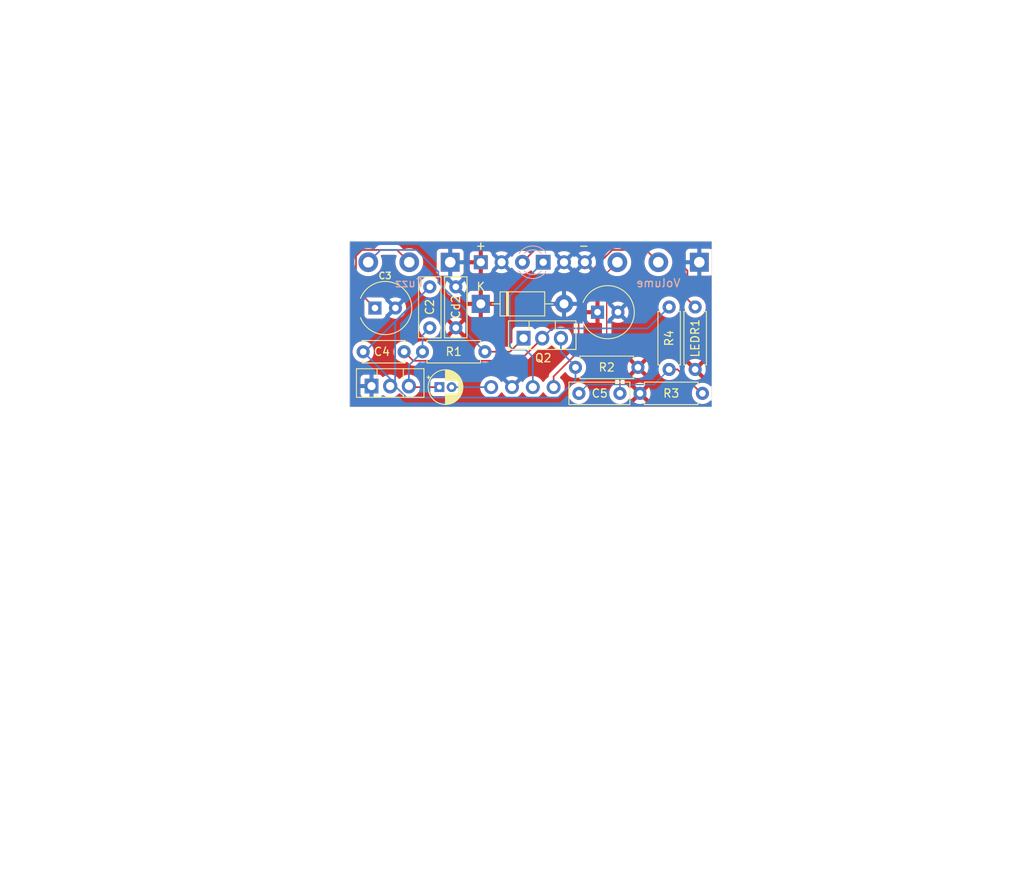
<source format=kicad_pcb>
(kicad_pcb (version 20240108) (generator "pcbnew") (generator_version "8.0")
  (layers (0 "F.Cu" signal) (31 "B.Cu" signal) (34 "B.Paste" user) (35 "F.Paste" user) (36 "B.SilkS" user "B.Silkscreen") (37 "F.SilkS" user "F.Silkscreen") (38 "B.Mask" user) (39 "F.Mask" user) (44 "Edge.Cuts" user))
  (net 0 "")
  (net 1 "+9V")
  (net 2 "GND")
  (net 3 "Net-(C1-Pad2)")
  (net 4 "Net-(Q1-B)")
  (net 5 "Net-(Q1-C)")
  (net 6 "Net-(C3-Pad1)")
  (net 7 "Net-(Q2-C)")
  (net 8 "Net-(C5-Pad1)")
  (net 9 "Net-(C5-Pad2)")
  (net 10 "Net-(DLED1-K)")
  (net 11 "Net-(DLED1-A)")
  (net 12 "Net-(Q2-E)")
  (net 13 "Net-(Out1-Pad1)")
  (footprint "griffin_pedals:wire_pad_round" (layer "F.Cu") (at 99.06 66.04)
    (property "Reference" "Out1" (hide yes))
    (property "Value" "~")
    (pad "1" thru_hole circle (at 0 0) (size 1.7 1.7) (drill 1) (layers "*.Cu" "*.Mask") (net 13 "Net-(Out1-Pad1)"))
  )
  (footprint "Package_TO_SOT_THT:TO-126-3_Vertical" (layer "F.Cu") (at 76.835 65.913)
    (property "Reference" "Q1" (hide yes))
    (property "Value" "2SD600")
    (fp_line (start -1.841 -2.12) (end -1.841 1.37) (stroke (width 0.12)) (layer "F.SilkS"))
    (fp_line (start -1.841 -2.12) (end 6.4 -2.12) (stroke (width 0.12)) (layer "F.SilkS"))
    (fp_line (start -1.841 1.37) (end 6.4 1.37) (stroke (width 0.12)) (layer "F.SilkS"))
    (fp_line (start 0.68 -2.12) (end 0.68 -1.05) (stroke (width 0.12)) (layer "F.SilkS"))
    (fp_line (start 0.68 1.05) (end 0.68 1.37) (stroke (width 0.12)) (layer "F.SilkS"))
    (fp_line (start 3.88 -2.12) (end 3.88 -1.05) (stroke (width 0.12)) (layer "F.SilkS"))
    (fp_line (start 3.88 1.05) (end 3.88 1.37) (stroke (width 0.12)) (layer "F.SilkS"))
    (fp_line (start 6.4 -2.12) (end 6.4 1.37) (stroke (width 0.12)) (layer "F.SilkS"))
    (pad "1" thru_hole rect (at 0 0) (size 1.71 1.8) (drill 1) (layers "*.Cu" "*.Mask") (net 2 "GND"))
    (pad "2" thru_hole oval (at 2.28 0) (size 1.71 1.8) (drill 1) (layers "*.Cu" "*.Mask") (net 5 "Net-(Q1-C)"))
    (pad "3" thru_hole oval (at 4.56 0) (size 1.71 1.8) (drill 1) (layers "*.Cu" "*.Mask") (net 4 "Net-(Q1-B)"))
  )
  (footprint "my_lib:R_classic" (layer "F.Cu") (at 109.347 63.627 180)
    (property "Reference" "R2" (at 3.81 0 180) (layer "F.SilkS"))
    (property "Value" "33K")
    (fp_line (start 7.08 1.37) (end 7.08 1.04) (stroke (width 0.12)) (layer "F.SilkS"))
    (fp_line (start 7.08 -1.37) (end 7.08 -1.04) (stroke (width 0.12)) (layer "F.SilkS"))
    (fp_line (start 0.54 1.37) (end 7.08 1.37) (stroke (width 0.12)) (layer "F.SilkS"))
    (fp_line (start 0.54 1.04) (end 0.54 1.37) (stroke (width 0.12)) (layer "F.SilkS"))
    (fp_line (start 0.54 -1.04) (end 0.54 -1.37) (stroke (width 0.12)) (layer "F.SilkS"))
    (fp_line (start 0.54 -1.37) (end 7.08 -1.37) (stroke (width 0.12)) (layer "F.SilkS"))
    (pad "1" thru_hole circle (at 0 0 180) (size 1.6 1.6) (drill 0.8) (layers "*.Cu" "*.Mask") (net 1 "+9V"))
    (pad "2" thru_hole oval (at 7.62 0 180) (size 1.6 1.6) (drill 0.8) (layers "*.Cu" "*.Mask") (net 5 "Net-(Q1-C)"))
  )
  (footprint "griffin_pedals:wire_pad_round" (layer "F.Cu") (at 102.87 50.8)
    (property "Reference" "-" (at -0.127 -2.032 0) (layer "F.SilkS"))
    (property "Value" "~")
    (pad "1" thru_hole circle (at 0 0) (size 1.7 1.7) (drill 1) (layers "*.Cu" "*.Mask") (net 2 "GND"))
  )
  (footprint "griffin_pedals:wire_pad_round" (layer "F.Cu") (at 100.33 50.8)
    (property "Reference" "REF**" (hide yes))
    (property "Value" "power Jack" (hide yes))
    (pad "1" thru_hole circle (at 0 0) (size 1.7 1.7) (drill 1) (layers "*.Cu" "*.Mask") (net 2 "GND"))
  )
  (footprint "my_lib:R_classic" (layer "F.Cu") (at 109.601 66.802)
    (property "Reference" "R3" (at 3.81 0 0) (layer "F.SilkS"))
    (property "Value" "330")
    (fp_line (start 0.54 -1.37) (end 7.08 -1.37) (stroke (width 0.12)) (layer "F.SilkS"))
    (fp_line (start 0.54 -1.04) (end 0.54 -1.37) (stroke (width 0.12)) (layer "F.SilkS"))
    (fp_line (start 0.54 1.04) (end 0.54 1.37) (stroke (width 0.12)) (layer "F.SilkS"))
    (fp_line (start 0.54 1.37) (end 7.08 1.37) (stroke (width 0.12)) (layer "F.SilkS"))
    (fp_line (start 7.08 -1.37) (end 7.08 -1.04) (stroke (width 0.12)) (layer "F.SilkS"))
    (fp_line (start 7.08 1.37) (end 7.08 1.04) (stroke (width 0.12)) (layer "F.SilkS"))
    (pad "1" thru_hole circle (at 0 0) (size 1.6 1.6) (drill 0.8) (layers "*.Cu" "*.Mask") (net 1 "+9V"))
    (pad "2" thru_hole oval (at 7.62 0) (size 1.6 1.6) (drill 0.8) (layers "*.Cu" "*.Mask") (net 8 "Net-(C5-Pad1)"))
  )
  (footprint "4ms_Capacitor:CP_Radial_NP_D6.3mm_P2.50mm" (layer "F.Cu") (at 104.414 56.896)
    (property "Reference" "Cd1" (hide yes))
    (property "Value" "200u" (hide yes))
    (fp_arc (start -1.767482 -1.18) (mid 1.250464 -3.24) (end 4.26782 -1.179135) (stroke (width 0.12)) (layer "F.SilkS"))
    (fp_arc (start 4.267482 -1.18) (mid 4.49 -0.000464) (end 4.26782 1.179135) (stroke (width 0.12)) (layer "F.SilkS"))
    (fp_arc (start 4.26782 1.179135) (mid 1.250464 3.239999) (end -1.767482 1.18) (stroke (width 0.12)) (layer "F.SilkS"))
    (pad "1" thru_hole rect (at 0 0) (size 1.6 1.6) (drill 0.8) (layers "*.Cu" "*.Mask") (net 1 "+9V"))
    (pad "2" thru_hole circle (at 2.5 0) (size 1.6 1.6) (drill 0.8) (layers "*.Cu" "*.Mask") (net 2 "GND"))
  )
  (footprint "griffin_pedals:wire_pad_square" (layer "F.Cu") (at 90.17 50.8)
    (property "Reference" "+" (at 0 -2.032 0) (layer "F.SilkS"))
    (property "Value" "~")
    (pad "1" thru_hole rect (at 0 0) (size 1.7 1.7) (drill 1) (layers "*.Cu" "*.Mask") (net 1 "+9V"))
  )
  (footprint "griffin_pedals:wire_pad_round" (layer "F.Cu") (at 91.44 66.04)
    (property "Reference" "In1" (hide yes))
    (property "Value" "~")
    (pad "1" thru_hole circle (at 0 0) (size 1.7 1.7) (drill 1) (layers "*.Cu" "*.Mask") (net 3 "Net-(C1-Pad2)"))
  )
  (footprint "my_lib:C_classic_RECT" (layer "F.Cu") (at 87.122 58.801 90)
    (property "Reference" "Cd2" (at 2.54 0 -90) (layer "F.SilkS"))
    (property "Value" "100n")
    (fp_line (start 6.22 -1.37) (end 6.22 1.37) (stroke (width 0.12)) (layer "F.SilkS"))
    (fp_line (start -1.22 -1.37) (end 6.22 -1.37) (stroke (width 0.12)) (layer "F.SilkS"))
    (fp_line (start -1.22 -1.37) (end -1.22 1.37) (stroke (width 0.12)) (layer "F.SilkS"))
    (fp_line (start -1.22 1.37) (end 6.22 1.37) (stroke (width 0.12)) (layer "F.SilkS"))
    (pad "1" thru_hole circle (at 0 0 90) (size 1.6 1.6) (drill 0.8) (layers "*.Cu" "*.Mask") (net 1 "+9V"))
    (pad "2" thru_hole circle (at 5 0 90) (size 1.6 1.6) (drill 0.8) (layers "*.Cu" "*.Mask") (net 2 "GND"))
  )
  (footprint "griffin_pedals:wire_pad_round" (layer "F.Cu") (at 93.98 66.04)
    (property "Reference" "GND" (hide yes))
    (property "Value" "power Jack")
    (pad "1" thru_hole circle (at 0 0) (size 1.7 1.7) (drill 1) (layers "*.Cu" "*.Mask") (net 2 "GND"))
  )
  (footprint "Capacitor_THT:CP_Radial_D4.0mm_P1.50mm" (layer "F.Cu") (at 85.114 66.04)
    (property "Reference" "C1" (hide yes))
    (property "Value" "2u2")
    (fp_line (start -1.519801 -1.195) (end -1.119801 -1.195) (stroke (width 0.12)) (layer "F.SilkS"))
    (fp_line (start -1.319801 -1.395) (end -1.319801 -0.995) (stroke (width 0.12)) (layer "F.SilkS"))
    (fp_line (start 0.75 -2.08) (end 0.75 -0.84) (stroke (width 0.12)) (layer "F.SilkS"))
    (fp_line (start 0.75 0.84) (end 0.75 2.08) (stroke (width 0.12)) (layer "F.SilkS"))
    (fp_line (start 0.79 -2.08) (end 0.79 -0.84) (stroke (width 0.12)) (layer "F.SilkS"))
    (fp_line (start 0.79 0.84) (end 0.79 2.08) (stroke (width 0.12)) (layer "F.SilkS"))
    (fp_line (start 0.83 -2.079) (end 0.83 -0.84) (stroke (width 0.12)) (layer "F.SilkS"))
    (fp_line (start 0.83 0.84) (end 0.83 2.079) (stroke (width 0.12)) (layer "F.SilkS"))
    (fp_line (start 0.87 -2.077) (end 0.87 -0.84) (stroke (width 0.12)) (layer "F.SilkS"))
    (fp_line (start 0.87 0.84) (end 0.87 2.077) (stroke (width 0.12)) (layer "F.SilkS"))
    (fp_line (start 0.91 -2.074) (end 0.91 -0.84) (stroke (width 0.12)) (layer "F.SilkS"))
    (fp_line (start 0.91 0.84) (end 0.91 2.074) (stroke (width 0.12)) (layer "F.SilkS"))
    (fp_line (start 0.95 -2.071) (end 0.95 -0.84) (stroke (width 0.12)) (layer "F.SilkS"))
    (fp_line (start 0.95 0.84) (end 0.95 2.071) (stroke (width 0.12)) (layer "F.SilkS"))
    (fp_line (start 0.99 -2.067) (end 0.99 -0.84) (stroke (width 0.12)) (layer "F.SilkS"))
    (fp_line (start 0.99 0.84) (end 0.99 2.067) (stroke (width 0.12)) (layer "F.SilkS"))
    (fp_line (start 1.03 -2.062) (end 1.03 -0.84) (stroke (width 0.12)) (layer "F.SilkS"))
    (fp_line (start 1.03 0.84) (end 1.03 2.062) (stroke (width 0.12)) (layer "F.SilkS"))
    (fp_line (start 1.07 -2.056) (end 1.07 -0.84) (stroke (width 0.12)) (layer "F.SilkS"))
    (fp_line (start 1.07 0.84) (end 1.07 2.056) (stroke (width 0.12)) (layer "F.SilkS"))
    (fp_line (start 1.11 -2.05) (end 1.11 -0.84) (stroke (width 0.12)) (layer "F.SilkS"))
    (fp_line (start 1.11 0.84) (end 1.11 2.05) (stroke (width 0.12)) (layer "F.SilkS"))
    (fp_line (start 1.15 -2.042) (end 1.15 -0.84) (stroke (width 0.12)) (layer "F.SilkS"))
    (fp_line (start 1.15 0.84) (end 1.15 2.042) (stroke (width 0.12)) (layer "F.SilkS"))
    (fp_line (start 1.19 -2.034) (end 1.19 -0.84) (stroke (width 0.12)) (layer "F.SilkS"))
    (fp_line (start 1.19 0.84) (end 1.19 2.034) (stroke (width 0.12)) (layer "F.SilkS"))
    (fp_line (start 1.23 -2.025) (end 1.23 -0.84) (stroke (width 0.12)) (layer "F.SilkS"))
    (fp_line (start 1.23 0.84) (end 1.23 2.025) (stroke (width 0.12)) (layer "F.SilkS"))
    (fp_line (start 1.27 -2.016) (end 1.27 -0.84) (stroke (width 0.12)) (layer "F.SilkS"))
    (fp_line (start 1.27 0.84) (end 1.27 2.016) (stroke (width 0.12)) (layer "F.SilkS"))
    (fp_line (start 1.31 -2.005) (end 1.31 -0.84) (stroke (width 0.12)) (layer "F.SilkS"))
    (fp_line (start 1.31 0.84) (end 1.31 2.005) (stroke (width 0.12)) (layer "F.SilkS"))
    (fp_line (start 1.35 -1.994) (end 1.35 -0.84) (stroke (width 0.12)) (layer "F.SilkS"))
    (fp_line (start 1.35 0.84) (end 1.35 1.994) (stroke (width 0.12)) (layer "F.SilkS"))
    (fp_line (start 1.39 -1.982) (end 1.39 -0.84) (stroke (width 0.12)) (layer "F.SilkS"))
    (fp_line (start 1.39 0.84) (end 1.39 1.982) (stroke (width 0.12)) (layer "F.SilkS"))
    (fp_line (start 1.43 -1.968) (end 1.43 -0.84) (stroke (width 0.12)) (layer "F.SilkS"))
    (fp_line (start 1.43 0.84) (end 1.43 1.968) (stroke (width 0.12)) (layer "F.SilkS"))
    (fp_line (start 1.471 -1.954) (end 1.471 -0.84) (stroke (width 0.12)) (layer "F.SilkS"))
    (fp_line (start 1.471 0.84) (end 1.471 1.954) (stroke (width 0.12)) (layer "F.SilkS"))
    (fp_line (start 1.511 -1.94) (end 1.511 -0.84) (stroke (width 0.12)) (layer "F.SilkS"))
    (fp_line (start 1.511 0.84) (end 1.511 1.94) (stroke (width 0.12)) (layer "F.SilkS"))
    (fp_line (start 1.551 -1.924) (end 1.551 -0.84) (stroke (width 0.12)) (layer "F.SilkS"))
    (fp_line (start 1.551 0.84) (end 1.551 1.924) (stroke (width 0.12)) (layer "F.SilkS"))
    (fp_line (start 1.591 -1.907) (end 1.591 -0.84) (stroke (width 0.12)) (layer "F.SilkS"))
    (fp_line (start 1.591 0.84) (end 1.591 1.907) (stroke (width 0.12)) (layer "F.SilkS"))
    (fp_line (start 1.631 -1.889) (end 1.631 -0.84) (stroke (width 0.12)) (layer "F.SilkS"))
    (fp_line (start 1.631 0.84) (end 1.631 1.889) (stroke (width 0.12)) (layer "F.SilkS"))
    (fp_line (start 1.671 -1.87) (end 1.671 -0.84) (stroke (width 0.12)) (layer "F.SilkS"))
    (fp_line (start 1.671 0.84) (end 1.671 1.87) (stroke (width 0.12)) (layer "F.SilkS"))
    (fp_line (start 1.711 -1.851) (end 1.711 -0.84) (stroke (width 0.12)) (layer "F.SilkS"))
    (fp_line (start 1.711 0.84) (end 1.711 1.851) (stroke (width 0.12)) (layer "F.SilkS"))
    (fp_line (start 1.751 -1.83) (end 1.751 -0.84) (stroke (width 0.12)) (layer "F.SilkS"))
    (fp_line (start 1.751 0.84) (end 1.751 1.83) (stroke (width 0.12)) (layer "F.SilkS"))
    (fp_line (start 1.791 -1.808) (end 1.791 -0.84) (stroke (width 0.12)) (layer "F.SilkS"))
    (fp_line (start 1.791 0.84) (end 1.791 1.808) (stroke (width 0.12)) (layer "F.SilkS"))
    (fp_line (start 1.831 -1.785) (end 1.831 -0.84) (stroke (width 0.12)) (layer "F.SilkS"))
    (fp_line (start 1.831 0.84) (end 1.831 1.785) (stroke (width 0.12)) (layer "F.SilkS"))
    (fp_line (start 1.871 -1.76) (end 1.871 -0.84) (stroke (width 0.12)) (layer "F.SilkS"))
    (fp_line (start 1.871 0.84) (end 1.871 1.76) (stroke (width 0.12)) (layer "F.SilkS"))
    (fp_line (start 1.911 -1.735) (end 1.911 -0.84) (stroke (width 0.12)) (layer "F.SilkS"))
    (fp_line (start 1.911 0.84) (end 1.911 1.735) (stroke (width 0.12)) (layer "F.SilkS"))
    (fp_line (start 1.951 -1.708) (end 1.951 -0.84) (stroke (width 0.12)) (layer "F.SilkS"))
    (fp_line (start 1.951 0.84) (end 1.951 1.708) (stroke (width 0.12)) (layer "F.SilkS"))
    (fp_line (start 1.991 -1.68) (end 1.991 -0.84) (stroke (width 0.12)) (layer "F.SilkS"))
    (fp_line (start 1.991 0.84) (end 1.991 1.68) (stroke (width 0.12)) (layer "F.SilkS"))
    (fp_line (start 2.031 -1.65) (end 2.031 -0.84) (stroke (width 0.12)) (layer "F.SilkS"))
    (fp_line (start 2.031 0.84) (end 2.031 1.65) (stroke (width 0.12)) (layer "F.SilkS"))
    (fp_line (start 2.071 -1.619) (end 2.071 -0.84) (stroke (width 0.12)) (layer "F.SilkS"))
    (fp_line (start 2.071 0.84) (end 2.071 1.619) (stroke (width 0.12)) (layer "F.SilkS"))
    (fp_line (start 2.111 -1.587) (end 2.111 -0.84) (stroke (width 0.12)) (layer "F.SilkS"))
    (fp_line (start 2.111 0.84) (end 2.111 1.587) (stroke (width 0.12)) (layer "F.SilkS"))
    (fp_line (start 2.151 -1.552) (end 2.151 -0.84) (stroke (width 0.12)) (layer "F.SilkS"))
    (fp_line (start 2.151 0.84) (end 2.151 1.552) (stroke (width 0.12)) (layer "F.SilkS"))
    (fp_line (start 2.191 -1.516) (end 2.191 -0.84) (stroke (width 0.12)) (layer "F.SilkS"))
    (fp_line (start 2.191 0.84) (end 2.191 1.516) (stroke (width 0.12)) (layer "F.SilkS"))
    (fp_line (start 2.231 -1.478) (end 2.231 -0.84) (stroke (width 0.12)) (layer "F.SilkS"))
    (fp_line (start 2.231 0.84) (end 2.231 1.478) (stroke (width 0.12)) (layer "F.SilkS"))
    (fp_line (start 2.271 -1.438) (end 2.271 -0.84) (stroke (width 0.12)) (layer "F.SilkS"))
    (fp_line (start 2.271 0.84) (end 2.271 1.438) (stroke (width 0.12)) (layer "F.SilkS"))
    (fp_line (start 2.311 -1.396) (end 2.311 -0.84) (stroke (width 0.12)) (layer "F.SilkS"))
    (fp_line (start 2.311 0.84) (end 2.311 1.396) (stroke (width 0.12)) (layer "F.SilkS"))
    (fp_line (start 2.351 -1.351) (end 2.351 1.351) (stroke (width 0.12)) (layer "F.SilkS"))
    (fp_line (start 2.391 -1.304) (end 2.391 1.304) (stroke (width 0.12)) (layer "F.SilkS"))
    (fp_line (start 2.431 -1.254) (end 2.431 1.254) (stroke (width 0.12)) (layer "F.SilkS"))
    (fp_line (start 2.471 -1.2) (end 2.471 1.2) (stroke (width 0.12)) (layer "F.SilkS"))
    (fp_line (start 2.511 -1.142) (end 2.511 1.142) (stroke (width 0.12)) (layer "F.SilkS"))
    (fp_line (start 2.551 -1.08) (end 2.551 1.08) (stroke (width 0.12)) (layer "F.SilkS"))
    (fp_line (start 2.591 -1.013) (end 2.591 1.013) (stroke (width 0.12)) (layer "F.SilkS"))
    (fp_line (start 2.631 -0.94) (end 2.631 0.94) (stroke (width 0.12)) (layer "F.SilkS"))
    (fp_line (start 2.671 -0.859) (end 2.671 0.859) (stroke (width 0.12)) (layer "F.SilkS"))
    (fp_line (start 2.711 -0.768) (end 2.711 0.768) (stroke (width 0.12)) (layer "F.SilkS"))
    (fp_line (start 2.751 -0.664) (end 2.751 0.664) (stroke (width 0.12)) (layer "F.SilkS"))
    (fp_line (start 2.791 -0.537) (end 2.791 0.537) (stroke (width 0.12)) (layer "F.SilkS"))
    (fp_line (start 2.831 -0.37) (end 2.831 0.37) (stroke (width 0.12)) (layer "F.SilkS"))
    (fp_circle (center 0.75 0) (end 2.87 0) (stroke (width 0.12)) (fill none) (layer "F.SilkS"))
    (pad "1" thru_hole rect (at 0 0) (size 1.2 1.2) (drill 0.6) (layers "*.Cu" "*.Mask") (net 4 "Net-(Q1-B)"))
    (pad "2" thru_hole circle (at 1.5 0) (size 1.2 1.2) (drill 0.6) (layers "*.Cu" "*.Mask") (net 3 "Net-(C1-Pad2)"))
  )
  (footprint "griffin_pedals:wire_pad_round" (layer "F.Cu") (at 92.71 50.8)
    (property "Reference" "REF**" (hide yes))
    (property "Value" "power Jack" (hide yes))
    (pad "1" thru_hole circle (at 0 0) (size 1.7 1.7) (drill 1) (layers "*.Cu" "*.Mask") (net 2 "GND"))
  )
  (footprint "Package_TO_SOT_THT:TO-126-3_Vertical" (layer "F.Cu") (at 95.389 60.071)
    (property "Reference" "Q2" (at 2.401 2.413 0) (layer "F.SilkS"))
    (property "Value" "2SD600")
    (fp_line (start -1.841 -2.12) (end -1.841 1.37) (stroke (width 0.12)) (layer "F.SilkS"))
    (fp_line (start -1.841 -2.12) (end 6.4 -2.12) (stroke (width 0.12)) (layer "F.SilkS"))
    (fp_line (start -1.841 1.37) (end 6.4 1.37) (stroke (width 0.12)) (layer "F.SilkS"))
    (fp_line (start 0.68 -2.12) (end 0.68 -1.05) (stroke (width 0.12)) (layer "F.SilkS"))
    (fp_line (start 0.68 1.05) (end 0.68 1.37) (stroke (width 0.12)) (layer "F.SilkS"))
    (fp_line (start 3.88 -2.12) (end 3.88 -1.05) (stroke (width 0.12)) (layer "F.SilkS"))
    (fp_line (start 3.88 1.05) (end 3.88 1.37) (stroke (width 0.12)) (layer "F.SilkS"))
    (fp_line (start 6.4 -2.12) (end 6.4 1.37) (stroke (width 0.12)) (layer "F.SilkS"))
    (pad "1" thru_hole rect (at 0 0) (size 1.71 1.8) (drill 1) (layers "*.Cu" "*.Mask") (net 12 "Net-(Q2-E)"))
    (pad "2" thru_hole oval (at 2.28 0) (size 1.71 1.8) (drill 1) (layers "*.Cu" "*.Mask") (net 7 "Net-(Q2-C)"))
    (pad "3" thru_hole oval (at 4.56 0) (size 1.71 1.8) (drill 1) (layers "*.Cu" "*.Mask") (net 5 "Net-(Q1-C)"))
  )
  (footprint "my_lib:R_classic" (layer "F.Cu") (at 116.332 63.881 90)
    (property "Reference" "LEDR1" (at 3.81 0 -90) (layer "F.SilkS"))
    (property "Value" "2K7")
    (fp_line (start 7.08 -1.37) (end 7.08 -1.04) (stroke (width 0.12)) (layer "F.SilkS"))
    (fp_line (start 0.54 -1.37) (end 7.08 -1.37) (stroke (width 0.12)) (layer "F.SilkS"))
    (fp_line (start 0.54 -1.04) (end 0.54 -1.37) (stroke (width 0.12)) (layer "F.SilkS"))
    (fp_line (start 0.54 1.04) (end 0.54 1.37) (stroke (width 0.12)) (layer "F.SilkS"))
    (fp_line (start 7.08 1.37) (end 7.08 1.04) (stroke (width 0.12)) (layer "F.SilkS"))
    (fp_line (start 0.54 1.37) (end 7.08 1.37) (stroke (width 0.12)) (layer "F.SilkS"))
    (pad "1" thru_hole circle (at 0 0 90) (size 1.6 1.6) (drill 0.8) (layers "*.Cu" "*.Mask") (net 1 "+9V"))
    (pad "2" thru_hole oval (at 7.62 0 90) (size 1.6 1.6) (drill 0.8) (layers "*.Cu" "*.Mask") (net 11 "Net-(DLED1-A)"))
  )
  (footprint "my_lib:R_classic" (layer "F.Cu") (at 83.058 61.722)
    (property "Reference" "R1" (at 3.81 0 0) (layer "F.SilkS"))
    (property "Value" "100K")
    (fp_line (start 0.54 -1.37) (end 7.08 -1.37) (stroke (width 0.12)) (layer "F.SilkS"))
    (fp_line (start 0.54 -1.04) (end 0.54 -1.37) (stroke (width 0.12)) (layer "F.SilkS"))
    (fp_line (start 0.54 1.04) (end 0.54 1.37) (stroke (width 0.12)) (layer "F.SilkS"))
    (fp_line (start 0.54 1.37) (end 7.08 1.37) (stroke (width 0.12)) (layer "F.SilkS"))
    (fp_line (start 7.08 -1.37) (end 7.08 -1.04) (stroke (width 0.12)) (layer "F.SilkS"))
    (fp_line (start 7.08 1.37) (end 7.08 1.04) (stroke (width 0.12)) (layer "F.SilkS"))
    (pad "1" thru_hole circle (at 0 0) (size 1.6 1.6) (drill 0.8) (layers "*.Cu" "*.Mask") (net 4 "Net-(Q1-B)"))
    (pad "2" thru_hole oval (at 7.62 0) (size 1.6 1.6) (drill 0.8) (layers "*.Cu" "*.Mask") (net 12 "Net-(Q2-E)"))
  )
  (footprint "Diode_THT:D_DO-41_SOD81_P10.16mm_Horizontal" (layer "F.Cu") (at 90.17 55.88)
    (property "Reference" "D1" (hide yes))
    (property "Value" "1N4007")
    (fp_line (start 1.34 0) (end 2.36 0) (stroke (width 0.12)) (layer "F.SilkS"))
    (fp_line (start 2.36 -1.47) (end 2.36 1.47) (stroke (width 0.12)) (layer "F.SilkS"))
    (fp_line (start 2.36 1.47) (end 7.8 1.47) (stroke (width 0.12)) (layer "F.SilkS"))
    (fp_line (start 3.14 -1.47) (end 3.14 1.47) (stroke (width 0.12)) (layer "F.SilkS"))
    (fp_line (start 3.26 -1.47) (end 3.26 1.47) (stroke (width 0.12)) (layer "F.SilkS"))
    (fp_line (start 3.38 -1.47) (end 3.38 1.47) (stroke (width 0.12)) (layer "F.SilkS"))
    (fp_line (start 7.8 -1.47) (end 2.36 -1.47) (stroke (width 0.12)) (layer "F.SilkS"))
    (fp_line (start 7.8 1.47) (end 7.8 -1.47) (stroke (width 0.12)) (layer "F.SilkS"))
    (fp_line (start 8.82 0) (end 7.8 0) (stroke (width 0.12)) (layer "F.SilkS"))
    (fp_text user "K" (at 0 -2.1 0) (layer "F.SilkS"))
    (pad "1" thru_hole rect (at 0 0) (size 2.2 2.2) (drill 1.1) (layers "*.Cu" "*.Mask") (net 1 "+9V"))
    (pad "2" thru_hole oval (at 10.16 0) (size 2.2 2.2) (drill 1.1) (layers "*.Cu" "*.Mask") (net 2 "GND"))
  )
  (footprint "my_lib:C_classic_RECT" (layer "F.Cu") (at 102.148 66.802)
    (property "Reference" "C5" (at 2.54 0 0) (layer "F.SilkS"))
    (property "Value" "10n")
    (fp_line (start -1.22 -1.37) (end -1.22 1.37) (stroke (width 0.12)) (layer "F.SilkS"))
    (fp_line (start -1.22 -1.37) (end 6.22 -1.37) (stroke (width 0.12)) (layer "F.SilkS"))
    (fp_line (start -1.22 1.37) (end 6.22 1.37) (stroke (width 0.12)) (layer "F.SilkS"))
    (fp_line (start 6.22 -1.37) (end 6.22 1.37) (stroke (width 0.12)) (layer "F.SilkS"))
    (pad "1" thru_hole circle (at 0 0) (size 1.6 1.6) (drill 0.8) (layers "*.Cu" "*.Mask") (net 8 "Net-(C5-Pad1)"))
    (pad "2" thru_hole circle (at 5 0) (size 1.6 1.6) (drill 0.8) (layers "*.Cu" "*.Mask") (net 9 "Net-(C5-Pad2)"))
  )
  (footprint "4ms_Capacitor:CP_Radial_NP_D6.3mm_P2.50mm" (layer "F.Cu") (at 77.256 56.388)
    (property "Reference" "C3" (at 1.23 -3.937 0) (layer "F.SilkS") (effects (font (size 0.8 0.8) (thickness 0.1524))))
    (property "Value" "22u" (hide yes))
    (fp_arc (start -1.767482 -1.18) (mid 1.250464 -3.24) (end 4.26782 -1.179135) (stroke (width 0.12)) (layer "F.SilkS"))
    (fp_arc (start 4.267482 -1.18) (mid 4.49 -0.000464) (end 4.26782 1.179135) (stroke (width 0.12)) (layer "F.SilkS"))
    (fp_arc (start 4.26782 1.179135) (mid 1.250464 3.239999) (end -1.767482 1.18) (stroke (width 0.12)) (layer "F.SilkS"))
    (pad "1" thru_hole rect (at 0 0) (size 1.6 1.6) (drill 0.8) (layers "*.Cu" "*.Mask") (net 6 "Net-(C3-Pad1)"))
    (pad "2" thru_hole circle (at 2.5 0) (size 1.6 1.6) (drill 0.8) (layers "*.Cu" "*.Mask") (net 2 "GND"))
  )
  (footprint "griffin_pedals:wire_pad_round" (layer "F.Cu") (at 96.52 66.04)
    (property "Reference" "L1" (hide yes))
    (property "Value" "~")
    (pad "1" thru_hole circle (at 0 0) (size 1.7 1.7) (drill 1) (layers "*.Cu" "*.Mask") (net 10 "Net-(DLED1-K)"))
  )
  (footprint "my_lib:C_classic_RECT" (layer "F.Cu") (at 83.947 58.801 90)
    (property "Reference" "C2" (at 2.54 0 -90) (layer "F.SilkS"))
    (property "Value" "220p")
    (fp_line (start 6.22 -1.37) (end 6.22 1.37) (stroke (width 0.12)) (layer "F.SilkS"))
    (fp_line (start -1.22 -1.37) (end 6.22 -1.37) (stroke (width 0.12)) (layer "F.SilkS"))
    (fp_line (start -1.22 -1.37) (end -1.22 1.37) (stroke (width 0.12)) (layer "F.SilkS"))
    (fp_line (start -1.22 1.37) (end 6.22 1.37) (stroke (width 0.12)) (layer "F.SilkS"))
    (pad "1" thru_hole circle (at 0 0 90) (size 1.6 1.6) (drill 0.8) (layers "*.Cu" "*.Mask") (net 4 "Net-(Q1-B)"))
    (pad "2" thru_hole circle (at 5 0 90) (size 1.6 1.6) (drill 0.8) (layers "*.Cu" "*.Mask") (net 5 "Net-(Q1-C)"))
  )
  (footprint "my_lib:R_classic" (layer "F.Cu") (at 113.157 63.881 90)
    (property "Reference" "R4" (at 3.81 0 -90) (layer "F.SilkS"))
    (property "Value" "8K2")
    (fp_line (start 7.08 -1.37) (end 7.08 -1.04) (stroke (width 0.12)) (layer "F.SilkS"))
    (fp_line (start 0.54 -1.37) (end 7.08 -1.37) (stroke (width 0.12)) (layer "F.SilkS"))
    (fp_line (start 0.54 -1.04) (end 0.54 -1.37) (stroke (width 0.12)) (layer "F.SilkS"))
    (fp_line (start 0.54 1.04) (end 0.54 1.37) (stroke (width 0.12)) (layer "F.SilkS"))
    (fp_line (start 7.08 1.37) (end 7.08 1.04) (stroke (width 0.12)) (layer "F.SilkS"))
    (fp_line (start 0.54 1.37) (end 7.08 1.37) (stroke (width 0.12)) (layer "F.SilkS"))
    (pad "1" thru_hole circle (at 0 0 90) (size 1.6 1.6) (drill 0.8) (layers "*.Cu" "*.Mask") (net 8 "Net-(C5-Pad1)"))
    (pad "2" thru_hole oval (at 7.62 0 90) (size 1.6 1.6) (drill 0.8) (layers "*.Cu" "*.Mask") (net 7 "Net-(Q2-C)"))
  )
  (footprint "Capacitor_THT:C_Disc_D5.0mm_W2.5mm_P5.00mm" (layer "F.Cu") (at 75.819 61.722)
    (property "Reference" "C4" (at 2.286 0 0) (layer "F.SilkS"))
    (property "Value" "47p")
    (fp_line (start -0.12 -1.37) (end -0.12 -1.055) (stroke (width 0.12)) (layer "F.SilkS"))
    (fp_line (start -0.12 -1.37) (end 5.12 -1.37) (stroke (width 0.12)) (layer "F.SilkS"))
    (fp_line (start -0.12 1.055) (end -0.12 1.37) (stroke (width 0.12)) (layer "F.SilkS"))
    (fp_line (start -0.12 1.37) (end 5.12 1.37) (stroke (width 0.12)) (layer "F.SilkS"))
    (fp_line (start 5.12 -1.37) (end 5.12 -1.055) (stroke (width 0.12)) (layer "F.SilkS"))
    (fp_line (start 5.12 1.055) (end 5.12 1.37) (stroke (width 0.12)) (layer "F.SilkS"))
    (pad "1" thru_hole circle (at 0 0) (size 1.6 1.6) (drill 0.8) (layers "*.Cu" "*.Mask") (net 5 "Net-(Q1-C)"))
    (pad "2" thru_hole circle (at 5 0) (size 1.6 1.6) (drill 0.8) (layers "*.Cu" "*.Mask") (net 7 "Net-(Q2-C)"))
  )
  (footprint "LED_THT:LED_D3.0mm_Clear" (layer "B.Cu") (at 97.79 50.8 180)
    (property "Reference" "DLED1" (hide yes))
    (property "Value" "LED")
    (fp_line (start -0.29 1.08) (end -0.29 1.236) (stroke (width 0.12)) (layer "B.SilkS"))
    (fp_line (start -0.29 -1.236) (end -0.29 -1.08) (stroke (width 0.12)) (layer "B.SilkS"))
    (fp_arc (start 2.942335 1.078608) (mid 1.366487 1.987659) (end -0.29 1.235516) (stroke (width 0.12)) (layer "B.SilkS"))
    (fp_arc (start 2.31113 1.079837) (mid 1.270117 1.5) (end 0.229039 1.08) (stroke (width 0.12)) (layer "B.SilkS"))
    (fp_arc (start 0.229039 -1.08) (mid 1.270117 -1.5) (end 2.31113 -1.079837) (stroke (width 0.12)) (layer "B.SilkS"))
    (fp_arc (start -0.29 -1.235516) (mid 1.366487 -1.987659) (end 2.942335 -1.078608) (stroke (width 0.12)) (layer "B.SilkS"))
    (pad "1" thru_hole rect (at 0 0 180) (size 1.8 1.8) (drill 0.9) (layers "*.Cu" "*.Mask") (net 10 "Net-(DLED1-K)"))
    (pad "2" thru_hole circle (at 2.54 0 180) (size 1.8 1.8) (drill 0.9) (layers "*.Cu" "*.Mask") (net 11 "Net-(DLED1-A)"))
  )
  (footprint "my_lib:AlphaPot" (layer "B.Cu") (at 81.4 50.8 90)
    (property "Reference" "Fuzz" (at -2.54 0 0) (layer "B.SilkS") (effects (justify mirror)))
    (property "Value" "1KB")
    (pad "1" thru_hole rect (at 0 5.04) (size 2.3 2.3) (drill 1.3) (layers "*.Cu" "*.Mask") (net 2 "GND"))
    (pad "2" thru_hole circle (at 0 0.04) (size 2.4 2.4) (drill 1.3) (layers "*.Cu" "*.Mask") (net 6 "Net-(C3-Pad1)"))
    (pad "3" thru_hole circle (at 0 -4.96) (size 2.4 2.4) (drill 1.3) (layers "*.Cu" "*.Mask") (net 12 "Net-(Q2-E)"))
  )
  (footprint "my_lib:AlphaPot" (layer "B.Cu") (at 111.8 50.8 90)
    (property "Reference" "Volume" (at -2.54 0.04 0) (layer "B.SilkS") (effects (justify mirror)))
    (property "Value" "500KA")
    (pad "1" thru_hole rect (at 0 5.04) (size 2.3 2.3) (drill 1.3) (layers "*.Cu" "*.Mask") (net 2 "GND"))
    (pad "2" thru_hole circle (at 0 0.04) (size 2.4 2.4) (drill 1.3) (layers "*.Cu" "*.Mask") (net 13 "Net-(Out1-Pad1)"))
    (pad "3" thru_hole circle (at 0 -4.96) (size 2.4 2.4) (drill 1.3) (layers "*.Cu" "*.Mask") (net 9 "Net-(C5-Pad2)"))
  )
  (gr_rect (start 74.168 48.26) (end 118.364 68.453) (stroke (width 0.05)) (fill none) (layer "Edge.Cuts"))
  (segment (start 86.614 66.04) (end 91.44 66.04) (width 0.2032) (layer "B.Cu") (net 3))
  (segment (start 85.114 66.04) (end 81.522 66.04) (width 0.2032) (layer "F.Cu") (net 4))
  (segment (start 81.522 66.04) (end 81.395 65.913) (width 0.2032) (layer "F.Cu") (net 4))
  (segment (start 81.395 63.385) (end 83.058 61.722) (width 0.2032) (layer "B.Cu") (net 4))
  (segment (start 83.058 59.69) (end 83.947 58.801) (width 0.2032) (layer "B.Cu") (net 4))
  (segment (start 83.058 61.722) (end 83.058 59.69) (width 0.2032) (layer "B.Cu") (net 4))
  (segment (start 81.395 65.913) (end 81.395 63.385) (width 0.2032) (layer "B.Cu") (net 4))
  (segment (start 75.819 61.722) (end 79.115 65.018) (width 0.2032) (layer "B.Cu") (net 5))
  (segment (start 76.026 61.722) (end 75.819 61.722) (width 0.2032) (layer "B.Cu") (net 5))
  (segment (start 99.949 61.722) (end 99.949 60.071) (width 0.2032) (layer "B.Cu") (net 5))
  (segment (start 79.7174 58.0306) (end 83.947 53.801) (width 0.2032) (layer "B.Cu") (net 5))
  (segment (start 81.111321 67.31) (end 79.7174 65.916079) (width 0.2032) (layer "B.Cu") (net 5))
  (segment (start 79.115 65.018) (end 79.115 65.913) (width 0.2032) (layer "B.Cu") (net 5))
  (segment (start 101.727 63.627) (end 101.727 63.5) (width 0.2032) (layer "B.Cu") (net 5))
  (segment (start 101.727 65.1764) (end 101.727 63.627) (width 0.2032) (layer "B.Cu") (net 5))
  (segment (start 79.7174 65.916079) (end 79.7174 58.0306) (width 0.2032) (layer "B.Cu") (net 5))
  (segment (start 101.727 63.5) (end 99.949 61.722) (width 0.2032) (layer "B.Cu") (net 5))
  (segment (start 99.5934 67.31) (end 101.727 65.1764) (width 0.2032) (layer "B.Cu") (net 5))
  (segment (start 83.947 53.801) (end 76.026 61.722) (width 0.2032) (layer "B.Cu") (net 5))
  (segment (start 99.5934 67.31) (end 81.111321 67.31) (width 0.2032) (layer "B.Cu") (net 5))
  (segment (start 77.256 56.388) (end 74.9384 54.0704) (width 0.2032) (layer "F.Cu") (net 6))
  (segment (start 74.9384 54.0704) (end 74.9384 50.0296) (width 0.2032) (layer "F.Cu") (net 6))
  (segment (start 74.9384 50.0296) (end 75.6696 49.2984) (width 0.2032) (layer "F.Cu") (net 6))
  (segment (start 75.6696 49.2984) (end 79.9384 49.2984) (width 0.2032) (layer "F.Cu") (net 6))
  (segment (start 79.9384 49.2984) (end 81.44 50.8) (width 0.2032) (layer "F.Cu") (net 6))
  (segment (start 81.9206 62.8236) (end 94.9164 62.8236) (width 0.2032) (layer "F.Cu") (net 7))
  (segment (start 80.819 61.722) (end 81.9206 62.8236) (width 0.2032) (layer "F.Cu") (net 7))
  (segment (start 94.9164 62.8236) (end 97.669 60.071) (width 0.2032) (layer "F.Cu") (net 7))
  (segment (start 97.669 60.071) (end 98.8706 58.8694) (width 0.2032) (layer "B.Cu") (net 7))
  (segment (start 98.8706 58.8694) (end 110.5486 58.8694) (width 0.2032) (layer "B.Cu") (net 7))
  (segment (start 110.5486 58.8694) (end 113.157 56.261) (width 0.2032) (layer "B.Cu") (net 7))
  (segment (start 117.094 66.802) (end 114.173 63.881) (width 0.2032) (layer "F.Cu") (net 8))
  (segment (start 114.173 63.881) (end 113.157 63.881) (width 0.2032) (layer "F.Cu") (net 8))
  (segment (start 102.148 66.802) (end 103.2242 65.7258) (width 0.1524) (layer "B.Cu") (net 8))
  (segment (start 111.3122 65.7258) (end 113.157 63.881) (width 0.1524) (layer "B.Cu") (net 8))
  (segment (start 103.2242 65.7258) (end 111.3122 65.7258) (width 0.1524) (layer "B.Cu") (net 8))
  (segment (start 107.148 64.603) (end 105.537 62.992) (width 0.1524) (layer "F.Cu") (net 9))
  (segment (start 105.537 52.103) (end 106.84 50.8) (width 0.1524) (layer "F.Cu") (net 9))
  (segment (start 105.537 62.992) (end 105.537 52.103) (width 0.1524) (layer "F.Cu") (net 9))
  (segment (start 107.148 66.802) (end 107.148 64.603) (width 0.1524) (layer "F.Cu") (net 9))
  (segment (start 93.726 61.087) (end 93.726 54.864) (width 0.2032) (layer "B.Cu") (net 10))
  (segment (start 94.107 61.468) (end 93.726 61.087) (width 0.2032) (layer "B.Cu") (net 10))
  (segment (start 96.52 66.04) (end 96.52 62.357) (width 0.2032) (layer "B.Cu") (net 10))
  (segment (start 93.726 54.864) (end 97.79 50.8) (width 0.2032) (layer "B.Cu") (net 10))
  (segment (start 95.631 61.468) (end 94.107 61.468) (width 0.2032) (layer "B.Cu") (net 10))
  (segment (start 96.52 62.357) (end 95.631 61.468) (width 0.2032) (layer "B.Cu") (net 10))
  (segment (start 97.1548 48.8952) (end 95.25 50.8) (width 0.2032) (layer "F.Cu") (net 11))
  (segment (start 116.332 56.261) (end 115.3884 55.3174) (width 0.2032) (layer "F.Cu") (net 11))
  (segment (start 112.446 48.8952) (end 97.1548 48.8952) (width 0.2032) (layer "F.Cu") (net 11))
  (segment (start 115.3884 55.3174) (end 115.3884 51.8376) (width 0.2032) (layer "F.Cu") (net 11))
  (segment (start 115.3884 51.8376) (end 112.446 48.8952) (width 0.2032) (layer "F.Cu") (net 11))
  (segment (start 93.738 61.722) (end 95.389 60.071) (width 0.2032) (layer "F.Cu") (net 12))
  (segment (start 90.678 61.722) (end 93.738 61.722) (width 0.2032) (layer "F.Cu") (net 12))
  (segment (start 90.932 61.976) (end 90.678 61.722) (width 0.2032) (layer "F.Cu") (net 12))
  (segment (start 76.44 50.8) (end 77.9416 49.2984) (width 0.2032) (layer "B.Cu") (net 12))
  (segment (start 82.3184 49.2984) (end 84.9884 51.9684) (width 0.2032) (layer "B.Cu") (net 12))
  (segment (start 77.9416 49.2984) (end 82.3184 49.2984) (width 0.2032) (layer "B.Cu") (net 12))
  (segment (start 84.9884 51.9684) (end 84.9884 53.284502) (width 0.2032) (layer "B.Cu") (net 12))
  (segment (start 88.392 56.688102) (end 88.392 59.436) (width 0.2032) (layer "B.Cu") (net 12))
  (segment (start 84.9884 53.284502) (end 88.392 56.688102) (width 0.2032) (layer "B.Cu") (net 12))
  (segment (start 88.392 59.436) (end 90.678 61.722) (width 0.2032) (layer "B.Cu") (net 12))
  (segment (start 99.06 64.736102) (end 99.06 66.04) (width 0.2032) (layer "F.Cu") (net 13))
  (segment (start 102.108 53.408416) (end 102.108 61.688102) (width 0.2032) (layer "F.Cu") (net 13))
  (segment (start 102.108 61.688102) (end 99.06 64.736102) (width 0.2032) (layer "F.Cu") (net 13))
  (segment (start 111.84 50.8) (end 110.3384 49.2984) (width 0.2032) (layer "F.Cu") (net 13))
  (segment (start 110.3384 49.2984) (end 106.218016 49.2984) (width 0.2032) (layer "F.Cu") (net 13))
  (segment (start 106.218016 49.2984) (end 102.108 53.408416) (width 0.2032) (layer "F.Cu") (net 13))
  (zone (net 1) (net_name "+9V") (layer "F.Cu") (connect_pads (clearance 0.5)) (min_thickness 0.25) (fill yes (thermal_gap 0.5) (thermal_bridge_width 0.5))
    (polygon (pts (xy 60.96 18.796) (xy 139.192 38.608) (xy 125.476 125.476) (xy 31.496 86.36)))
  )
  (zone (net 2) (net_name "GND") (layer "B.Cu") (priority 1) (connect_pads (clearance 0.5)) (min_thickness 0.25) (fill yes (thermal_gap 0.5) (thermal_bridge_width 0.5))
    (polygon (pts (xy 43.688 23.368) (xy 156.464 30.988) (xy 132.588 119.888) (xy 46.736 90.932)))
  )
)
</source>
